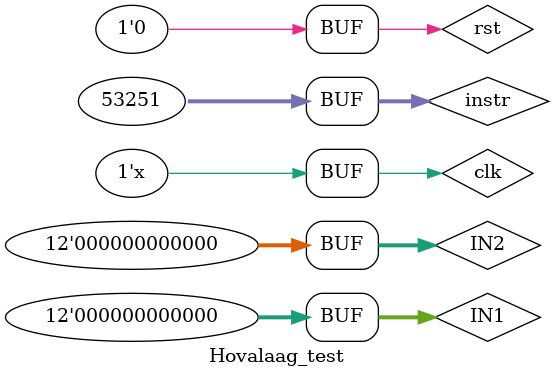
<source format=v>
`timescale 1ns / 1ps

module Hovalaag_test;

	// Inputs
	reg clk;
	reg [11:0] IN1;
	reg [11:0] IN2;
	reg [31:0] instr;
	reg rst;

	// Outputs
	wire IN1_adv;
	wire IN2_adv;
	wire [11:0] OUT;
	wire OUT_valid;
	wire OUT_select;
	wire [7:0] PC_out;

	// Instantiate the Unit Under Test (UUT)
	Hovalaag uut (
		.clk(clk), 
		.IN1(IN1), 
		.IN1_adv(IN1_adv), 
		.IN2(IN2), 
		.IN2_adv(IN2_adv), 
		.OUT(OUT), 
		.OUT_valid(OUT_valid), 
		.OUT_select(OUT_select), 
		.instr(instr), 
		.PC_out(PC_out), 
		.rst(rst)
	);

	initial begin
		// Initialize Inputs
		clk = 0;
		IN1 = 0;
		IN2 = 0;
		instr = 0;
		rst = 0;

		// Wait 100 ns for global reset to finish
		#100;
        
		// Add stimulus here
		#5;
		rst = 1;
		#10;
		rst = 0;
		
		//              ALU-A-B-C-DW-F-PCOIXK-----L-----
		#20 instr = 32'b00000011000000100001000010011111;
		#20 instr = 32'b00100011010000000001000000001010;
		#20 instr = 32'b00100111000000000001000000010001;
		#20 instr = 32'b00000000000010000001000000000000;
		#20 instr = 32'b00010000000010000101000000000000;
		#20 instr = 32'b00100000000010000101000000000000;
		#20 instr = 32'b00110000000010000101000000000000;
		#20 instr = 32'b01000000000010000101000000000000;
		#20 instr = 32'b01010000000010000101000000000000;
		#20 instr = 32'b01100000000010000101000000000000;
		#20 instr = 32'b01110000000010000101000000000000;
		#20 instr = 32'b10000000000010000101000000000000;
		#20 instr = 32'b10100000000010000101000000000000;
		#20 instr = 32'b10010000000010000101000000000000;
		#20 instr = 32'b10110000000010000101000000000000;
		#20 instr = 32'b11000000000010000101000000000000;
		#20 instr = 32'b00000000000000001101000000000011;

	end
	
	always
		#10 clk = !clk;
      
endmodule


</source>
